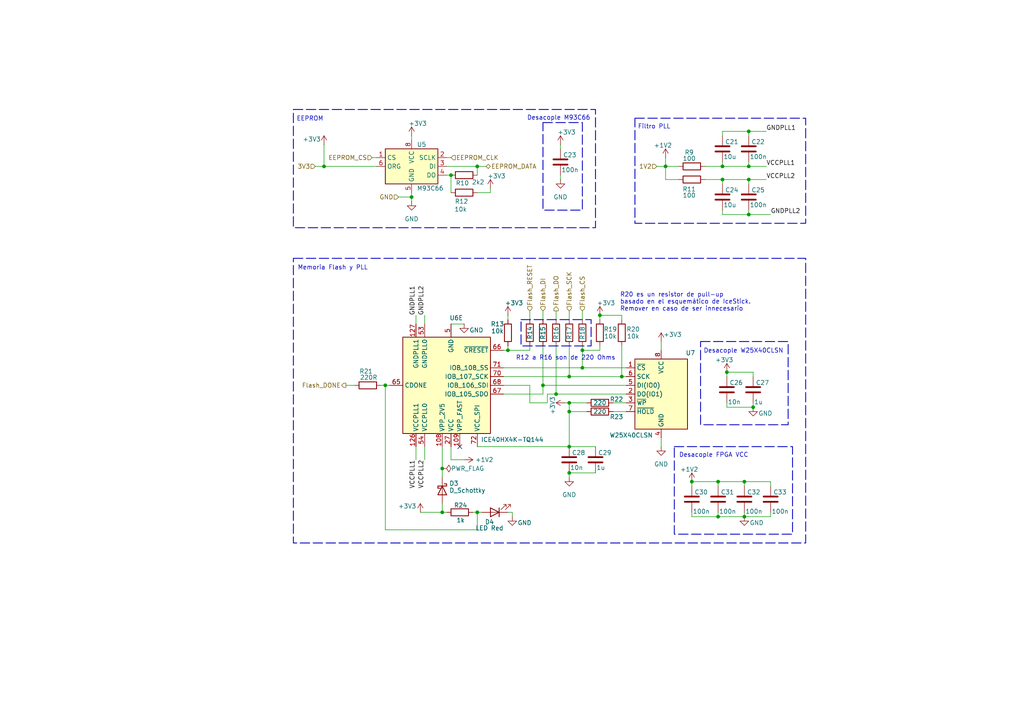
<source format=kicad_sch>
(kicad_sch (version 20250114) (generator "eeschema") (generator_version "9.0")
  (paper "A4")
  (lib_symbols
    (symbol "Device:C" (pin_numbers (hide yes)) (pin_names (offset 0.254))
      (property "Reference" "C" (at 0.635 2.54 0))
      (property "Value" "C" (at 0.635 -2.54 0))
      (symbol "C_0_1"
        (polyline (pts (xy -2.032 0.762) (xy 2.032 0.762)) (stroke (width 0.508)))
        (polyline (pts (xy -2.032 -0.762) (xy 2.032 -0.762)) (stroke (width 0.508)))
      )
      (symbol "C_1_1"
        (pin passive line (at 0 3.81 270) (length 2.794) (name "~") (number "1"))
        (pin passive line (at 0 -3.81 90) (length 2.794) (name "~") (number "2"))
      )
    )
    (symbol "Device:D_Schottky" (pin_numbers (hide yes)) (pin_names (offset 1.016) (hide yes))
      (property "Reference" "D" (at 0 2.54 0))
      (property "Value" "D_Schottky" (at 0 -2.54 0))
      (symbol "D_Schottky_0_1"
        (polyline (pts (xy -1.905 0.635) (xy -1.905 1.27) (xy -1.27 1.27) (xy -1.27 -1.27) (xy -0.635 -1.27) (xy -0.635 -0.635)) (stroke (width 0.254)))
        (polyline (pts (xy 1.27 1.27) (xy 1.27 -1.27) (xy -1.27 0) (xy 1.27 1.27)) (stroke (width 0.254)))
        (polyline (pts (xy 1.27 0) (xy -1.27 0)))
      )
      (symbol "D_Schottky_1_1"
        (pin passive line (at -3.81 0 0) (length 2.54) (name "K") (number "1"))
        (pin passive line (at 3.81 0 180) (length 2.54) (name "A") (number "2"))
      )
    )
    (symbol "Device:LED" (pin_numbers (hide yes)) (pin_names (offset 1.016) (hide yes))
      (property "Reference" "D" (at 0 2.54 0))
      (property "Value" "LED" (at 0 -2.54 0))
      (symbol "LED_0_1"
        (polyline (pts (xy -3.048 -0.762) (xy -4.572 -2.286) (xy -3.81 -2.286) (xy -4.572 -2.286) (xy -4.572 -1.524)))
        (polyline (pts (xy -1.778 -0.762) (xy -3.302 -2.286) (xy -2.54 -2.286) (xy -3.302 -2.286) (xy -3.302 -1.524)))
        (polyline (pts (xy -1.27 0) (xy 1.27 0)))
        (polyline (pts (xy -1.27 -1.27) (xy -1.27 1.27)) (stroke (width 0.254)))
        (polyline (pts (xy 1.27 -1.27) (xy 1.27 1.27) (xy -1.27 0) (xy 1.27 -1.27)) (stroke (width 0.254)))
      )
      (symbol "LED_1_1"
        (pin passive line (at -3.81 0 0) (length 2.54) (name "K") (number "1"))
        (pin passive line (at 3.81 0 180) (length 2.54) (name "A") (number "2"))
      )
    )
    (symbol "Device:R" (pin_numbers (hide yes)) (pin_names (offset 0))
      (property "Reference" "R" (at 2.032 0 90))
      (property "Value" "R" (at 0 0 90))
      (symbol "R_0_1"
        (rectangle (start -1.016 -2.54) (end 1.016 2.54) (stroke (width 0.254)))
      )
      (symbol "R_1_1"
        (pin passive line (at 0 3.81 270) (length 1.27) (name "~") (number "1"))
        (pin passive line (at 0 -3.81 90) (length 1.27) (name "~") (number "2"))
      )
    )
    (symbol "FPGA_Lattice:ICE40HX4K-TQ144"
      (property "Reference" "U" (at 12.7 53.34 0))
      (property "Value" "ICE40HX4K-TQ144" (at 30.48 48.26 0))
      (symbol "ICE40HX4K-TQ144_1_1"
        (rectangle (start -8.89 41.91) (end 6.35 -36.83) (stroke (width 0.254)) (fill (type background)))
        (pin bidirectional line (at -12.7 30.48 0) (length 3.81) (name "IOT_168") (number "110"))
        (pin bidirectional line (at -12.7 27.94 0) (length 3.81) (name "IOT_169") (number "112"))
        (pin bidirectional line (at -12.7 25.4 0) (length 3.81) (name "IOT_170") (number "113"))
        (pin bidirectional line (at -12.7 22.86 0) (length 3.81) (name "IOT_171") (number "114"))
        (pin bidirectional line (at -12.7 20.32 0) (length 3.81) (name "IOT_172") (number "115"))
        (pin bidirectional line (at -12.7 17.78 0) (length 3.81) (name "IOT_173") (number "116"))
        (pin bidirectional line (at -12.7 15.24 0) (length 3.81) (name "IOT_174") (number "117"))
        (pin bidirectional line (at -12.7 12.7 0) (length 3.81) (name "IOT_177") (number "118"))
        (pin bidirectional line (at -12.7 10.16 0) (length 3.81) (name "IOT_178") (number "119"))
        (pin bidirectional line (at -12.7 7.62 0) (length 3.81) (name "IOT_179") (number "120"))
        (pin bidirectional line (at -12.7 5.08 0) (length 3.81) (name "IOT_181") (number "121"))
        (pin bidirectional line (at -12.7 2.54 0) (length 3.81) (name "IOT_190") (number "122"))
        (pin bidirectional line (at -12.7 0 0) (length 3.81) (name "IOT_191") (number "124"))
        (pin bidirectional line (at -12.7 -2.54 0) (length 3.81) (name "IOT_192") (number "125"))
        (pin bidirectional line (at -12.7 -5.08 0) (length 3.81) (name "IOT_197_GBIN1") (number "128"))
        (pin bidirectional line (at -12.7 -7.62 0) (length 3.81) (name "IOT_198_GBIN0") (number "129"))
        (pin bidirectional line (at -12.7 -10.16 0) (length 3.81) (name "IOT_206") (number "130"))
        (pin bidirectional line (at -12.7 -12.7 0) (length 3.81) (name "IOT_212") (number "134"))
        (pin bidirectional line (at -12.7 -15.24 0) (length 3.81) (name "IOT_213") (number "135"))
        (pin bidirectional line (at -12.7 -17.78 0) (length 3.81) (name "IOT_214") (number "136"))
        (pin bidirectional line (at -12.7 -20.32 0) (length 3.81) (name "IOT_215") (number "137"))
        (pin bidirectional line (at -12.7 -22.86 0) (length 3.81) (name "IOT_216") (number "138"))
        (pin bidirectional line (at -12.7 -25.4 0) (length 3.81) (name "IOT_217") (number "139"))
        (pin bidirectional line (at -12.7 -27.94 0) (length 3.81) (name "IOT_219") (number "141"))
        (pin bidirectional line (at -12.7 -30.48 0) (length 3.81) (name "IOT_220") (number "142"))
        (pin bidirectional line (at -12.7 -33.02 0) (length 3.81) (name "IOT_221") (number "143"))
        (pin bidirectional line (at -12.7 -35.56 0) (length 3.81) (name "IOT_222") (number "144"))
        (pin power_in line (at 0 45.72 270) (length 3.81) (name "VCCIO_0") (number "123"))
        (pin passive line (at 0 45.72 270) (length 3.81) (hide yes) (name "VCCIO_0") (number "131"))
      )
      (symbol "ICE40HX4K-TQ144_2_1"
        (rectangle (start -8.89 44.45) (end 6.35 -39.37) (stroke (width 0.254)) (fill (type background)))
        (pin bidirectional line (at -12.7 33.02 0) (length 3.81) (name "IOR_109") (number "73"))
        (pin bidirectional line (at -12.7 30.48 0) (length 3.81) (name "IOR_110") (number "74"))
        (pin bidirectional line (at -12.7 27.94 0) (length 3.81) (name "IOR_111") (number "75"))
        (pin bidirectional line (at -12.7 25.4 0) (length 3.81) (name "IOR_112") (number "76"))
        (pin bidirectional line (at -12.7 22.86 0) (length 3.81) (name "IOR_114") (number "78"))
        (pin bidirectional line (at -12.7 20.32 0) (length 3.81) (name "IOR_115") (number "79"))
        (pin bidirectional line (at -12.7 17.78 0) (length 3.81) (name "IOR_116") (number "80"))
        (pin bidirectional line (at -12.7 15.24 0) (length 3.81) (name "IOR_117") (number "81"))
        (pin bidirectional line (at -12.7 12.7 0) (length 3.81) (name "IOR_118") (number "82"))
        (pin bidirectional line (at -12.7 10.16 0) (length 3.81) (name "IOR_119") (number "83"))
        (pin bidirectional line (at -12.7 7.62 0) (length 3.81) (name "IOR_120") (number "84"))
        (pin bidirectional line (at -12.7 5.08 0) (length 3.81) (name "IOR_128") (number "85"))
        (pin bidirectional line (at -12.7 2.54 0) (length 3.81) (name "IOR_136") (number "87"))
        (pin bidirectional line (at -12.7 0 0) (length 3.81) (name "IOR_137") (number "88"))
        (pin bidirectional line (at -12.7 -2.54 0) (length 3.81) (name "IOR_138") (number "90"))
        (pin bidirectional line (at -12.7 -5.08 0) (length 3.81) (name "IOR_139") (number "91"))
        (pin bidirectional line (at -12.7 -7.62 0) (length 3.81) (name "IOR_140_GBIN3") (number "93"))
        (pin bidirectional line (at -12.7 -10.16 0) (length 3.81) (name "IOR_141_GBIN2") (number "94"))
        (pin bidirectional line (at -12.7 -12.7 0) (length 3.81) (name "IOR_144") (number "95"))
        (pin bidirectional line (at -12.7 -15.24 0) (length 3.81) (name "IOR_146") (number "96"))
        (pin bidirectional line (at -12.7 -17.78 0) (length 3.81) (name "IOR_147") (number "97"))
        (pin bidirectional line (at -12.7 -20.32 0) (length 3.81) (name "IOR_148") (number "98"))
        (pin bidirectional line (at -12.7 -22.86 0) (length 3.81) (name "IOR_152") (number "99"))
        (pin bidirectional line (at -12.7 -25.4 0) (length 3.81) (name "IOR_160") (number "101"))
        (pin bidirectional line (at -12.7 -27.94 0) (length 3.81) (name "IOR_161") (number "102"))
        (pin bidirectional line (at -12.7 -30.48 0) (length 3.81) (name "IOR_164") (number "104"))
        (pin bidirectional line (at -12.7 -33.02 0) (length 3.81) (name "IOR_165") (number "105"))
        (pin bidirectional line (at -12.7 -35.56 0) (length 3.81) (name "IOR_166") (number "106"))
        (pin bidirectional line (at -12.7 -38.1 0) (length 3.81) (name "IOR_167") (number "107"))
        (pin passive line (at 0 48.26 270) (length 3.81) (hide yes) (name "VCCIO_1") (number "100"))
        (pin power_in line (at 0 48.26 270) (length 3.81) (name "VCCIO_1") (number "89"))
      )
      (symbol "ICE40HX4K-TQ144_3_1"
        (rectangle (start -8.89 31.75) (end 7.62 -26.67) (stroke (width 0.254)) (fill (type background)))
        (pin bidirectional line (at -12.7 20.32 0) (length 3.81) (name "IOB_56") (number "37"))
        (pin bidirectional line (at -12.7 17.78 0) (length 3.81) (name "IOB_57") (number "38"))
        (pin bidirectional line (at -12.7 15.24 0) (length 3.81) (name "IOB_61") (number "39"))
        (pin bidirectional line (at -12.7 12.7 0) (length 3.81) (name "IOB_63") (number "41"))
        (pin bidirectional line (at -12.7 10.16 0) (length 3.81) (name "IOB_64") (number "42"))
        (pin bidirectional line (at -12.7 7.62 0) (length 3.81) (name "IOB_71") (number "43"))
        (pin bidirectional line (at -12.7 5.08 0) (length 3.81) (name "IOB_72") (number "44"))
        (pin bidirectional line (at -12.7 2.54 0) (length 3.81) (name "IOB_73") (number "45"))
        (pin bidirectional line (at -12.7 0 0) (length 3.81) (name "IOB_79") (number "47"))
        (pin bidirectional line (at -12.7 -2.54 0) (length 3.81) (name "IOB_80") (number "48"))
        (pin bidirectional line (at -12.7 -5.08 0) (length 3.81) (name "IOB_81_GBIN5") (number "49"))
        (pin bidirectional line (at -12.7 -7.62 0) (length 3.81) (name "IOB_82_GBIN4") (number "52"))
        (pin bidirectional line (at -12.7 -10.16 0) (length 3.81) (name "IOB_91") (number "55"))
        (pin bidirectional line (at -12.7 -12.7 0) (length 3.81) (name "IOB_94") (number "56"))
        (pin bidirectional line (at -12.7 -15.24 0) (length 3.81) (name "IOB_95") (number "60"))
        (pin bidirectional line (at -12.7 -17.78 0) (length 3.81) (name "IOB_96") (number "61"))
        (pin bidirectional line (at -12.7 -20.32 0) (length 3.81) (name "IOB_102") (number "62"))
        (pin bidirectional line (at -12.7 -22.86 0) (length 3.81) (name "IOB_103_CBSEL0") (number "63"))
        (pin bidirectional line (at -12.7 -25.4 0) (length 3.81) (name "IOB_104_CBSEL1") (number "64"))
        (pin power_in line (at 0 35.56 270) (length 3.81) (name "VCCIO_2") (number "46"))
        (pin passive line (at 0 35.56 270) (length 3.81) (hide yes) (name "VCCIO_2") (number "57"))
      )
      (symbol "ICE40HX4K-TQ144_4_1"
        (rectangle (start -8.89 41.91) (end 6.35 -39.37) (stroke (width 0.254)) (fill (type background)))
        (pin bidirectional line (at -12.7 30.48 0) (length 3.81) (name "IOL_2A") (number "1"))
        (pin bidirectional line (at -12.7 27.94 0) (length 3.81) (name "IOL_2B") (number "2"))
        (pin bidirectional line (at -12.7 25.4 0) (length 3.81) (name "IOL_3A") (number "3"))
        (pin bidirectional line (at -12.7 22.86 0) (length 3.81) (name "IOL_3B") (number "4"))
        (pin bidirectional line (at -12.7 20.32 0) (length 3.81) (name "IOL_4A") (number "7"))
        (pin bidirectional line (at -12.7 17.78 0) (length 3.81) (name "IOL_4B") (number "8"))
        (pin bidirectional line (at -12.7 15.24 0) (length 3.81) (name "IOL_5A") (number "9"))
        (pin bidirectional line (at -12.7 12.7 0) (length 3.81) (name "IOL_5B") (number "10"))
        (pin bidirectional line (at -12.7 10.16 0) (length 3.81) (name "IOL_8A") (number "11"))
        (pin bidirectional line (at -12.7 7.62 0) (length 3.81) (name "IOL_8B") (number "12"))
        (pin bidirectional line (at -12.7 5.08 0) (length 3.81) (name "IOL_10A") (number "15"))
        (pin bidirectional line (at -12.7 2.54 0) (length 3.81) (name "IOL_10B") (number "16"))
        (pin bidirectional line (at -12.7 0 0) (length 3.81) (name "IOL_12A") (number "17"))
        (pin bidirectional line (at -12.7 -2.54 0) (length 3.81) (name "IOL_12B") (number "18"))
        (pin bidirectional line (at -12.7 -5.08 0) (length 3.81) (name "IOL_13A") (number "19"))
        (pin bidirectional line (at -12.7 -7.62 0) (length 3.81) (name "IOL_13B_GBIN7") (number "20"))
        (pin bidirectional line (at -12.7 -10.16 0) (length 3.81) (name "IOL_14A_GBIN6") (number "21"))
        (pin bidirectional line (at -12.7 -12.7 0) (length 3.81) (name "IOL_14B") (number "22"))
        (pin bidirectional line (at -12.7 -15.24 0) (length 3.81) (name "IOL_17A") (number "23"))
        (pin bidirectional line (at -12.7 -17.78 0) (length 3.81) (name "IOL_17B") (number "24"))
        (pin bidirectional line (at -12.7 -20.32 0) (length 3.81) (name "IOL_18A") (number "25"))
        (pin bidirectional line (at -12.7 -22.86 0) (length 3.81) (name "IOL_18B") (number "26"))
        (pin bidirectional line (at -12.7 -25.4 0) (length 3.81) (name "IOL_23A") (number "28"))
        (pin bidirectional line (at -12.7 -27.94 0) (length 3.81) (name "IOL_23B") (number "29"))
        (pin bidirectional line (at -12.7 -30.48 0) (length 3.81) (name "IOL_24A") (number "31"))
        (pin bidirectional line (at -12.7 -33.02 0) (length 3.81) (name "IOL_24B") (number "32"))
        (pin bidirectional line (at -12.7 -35.56 0) (length 3.81) (name "IOL_25A") (number "33"))
        (pin bidirectional line (at -12.7 -38.1 0) (length 3.81) (name "IOL_25B") (number "34"))
        (pin passive line (at 0 45.72 270) (length 3.81) (hide yes) (name "VCCIO_3") (number "30"))
        (pin power_in line (at 0 45.72 270) (length 3.81) (name "VCCIO_3") (number "6"))
      )
      (symbol "ICE40HX4K-TQ144_5_1"
        (rectangle (start -11.43 13.97) (end 13.97 -13.97) (stroke (width 0.254)) (fill (type background)))
        (pin bidirectional line (at -15.24 2.54 0) (length 3.81) (name "IOB_105_SDO") (number "67"))
        (pin bidirectional line (at -15.24 0 0) (length 3.81) (name "IOB_106_SDI") (number "68"))
        (pin bidirectional line (at -15.24 -2.54 0) (length 3.81) (name "IOB_107_SCK") (number "70"))
        (pin bidirectional line (at -15.24 -5.08 0) (length 3.81) (name "IOB_108_SS") (number "71"))
        (pin input line (at -15.24 -10.16 0) (length 3.81) (name "~{CRESET}") (number "66"))
        (pin power_in line (at -7.62 17.78 270) (length 3.81) (name "VCC_SPI") (number "72"))
        (pin power_in line (at -2.54 17.78 270) (length 3.81) (name "VPP_FAST") (number "109"))
        (pin passive line (at 0 17.78 270) (length 3.81) (hide yes) (name "VCC") (number "111"))
        (pin power_in line (at 0 17.78 270) (length 3.81) (name "VCC") (number "27"))
        (pin passive line (at 0 17.78 270) (length 3.81) (hide yes) (name "VCC") (number "40"))
        (pin passive line (at 0 17.78 270) (length 3.81) (hide yes) (name "VCC") (number "92"))
        (pin passive line (at 0 -17.78 90) (length 3.81) (hide yes) (name "GND") (number "103"))
        (pin passive line (at 0 -17.78 90) (length 3.81) (hide yes) (name "GND") (number "13"))
        (pin passive line (at 0 -17.78 90) (length 3.81) (hide yes) (name "GND") (number "132"))
        (pin passive line (at 0 -17.78 90) (length 3.81) (hide yes) (name "GND") (number "14"))
        (pin passive line (at 0 -17.78 90) (length 3.81) (hide yes) (name "GND") (number "140"))
        (pin power_in line (at 0 -17.78 90) (length 3.81) (name "GND") (number "5"))
        (pin passive line (at 0 -17.78 90) (length 3.81) (hide yes) (name "GND") (number "59"))
        (pin passive line (at 0 -17.78 90) (length 3.81) (hide yes) (name "GND") (number "69"))
        (pin passive line (at 0 -17.78 90) (length 3.81) (hide yes) (name "GND") (number "86"))
        (pin power_in line (at 2.54 17.78 270) (length 3.81) (name "VPP_2V5") (number "108"))
        (pin power_in line (at 7.62 17.78 270) (length 3.81) (name "VCCPLL0") (number "54"))
        (pin power_in line (at 7.62 -17.78 90) (length 3.81) (name "GNDPLL0") (number "53"))
        (pin power_in line (at 10.16 17.78 270) (length 3.81) (name "VCCPLL1") (number "126"))
        (pin power_in line (at 10.16 -17.78 90) (length 3.81) (name "GNDPLL1") (number "127"))
        (pin no_connect line (at 12.7 7.62 180) (length 3.81) (hide yes) (name "NC") (number "77"))
        (pin no_connect line (at 12.7 5.08 180) (length 3.81) (hide yes) (name "NC") (number "35"))
        (pin no_connect line (at 12.7 2.54 180) (length 3.81) (hide yes) (name "NC") (number "36"))
        (pin no_connect line (at 12.7 -2.54 180) (length 3.81) (hide yes) (name "NC") (number "50"))
        (pin no_connect line (at 12.7 -5.08 180) (length 3.81) (hide yes) (name "NC") (number "51"))
        (pin no_connect line (at 12.7 -7.62 180) (length 3.81) (hide yes) (name "NC") (number "58"))
        (pin no_connect line (at 12.7 -10.16 180) (length 3.81) (hide yes) (name "NC") (number "133"))
        (pin open_collector line (at 17.78 0 180) (length 3.81) (name "CDONE") (number "65"))
      )
    )
    (symbol "Memory_EEPROM:93CxxC"
      (property "Reference" "U" (at -7.62 6.35 0))
      (property "Value" "93CxxC" (at 2.54 -6.35 0))
      (symbol "93CxxC_1_1"
        (rectangle (start -7.62 5.08) (end 7.62 -5.08) (stroke (width 0.254)) (fill (type background)))
        (pin input line (at -10.16 2.54 0) (length 2.54) (name "CS") (number "1"))
        (pin input line (at -10.16 0 0) (length 2.54) (name "ORG") (number "6"))
        (pin no_connect line (at -7.62 -2.54 0) (length 2.54) (hide yes) (name "NC") (number "7"))
        (pin power_in line (at 0 7.62 270) (length 2.54) (name "VCC") (number "8"))
        (pin power_in line (at 0 -7.62 90) (length 2.54) (name "GND") (number "5"))
        (pin input line (at 10.16 2.54 180) (length 2.54) (name "SCLK") (number "2"))
        (pin input line (at 10.16 0 180) (length 2.54) (name "DI") (number "3"))
        (pin tri_state line (at 10.16 -2.54 180) (length 2.54) (name "DO") (number "4"))
      )
    )
    (symbol "Memory_Flash:W25X40CLSN"
      (property "Reference" "U" (at -7.62 10.16 0))
      (property "Value" "W25X40CLSN" (at 2.54 10.16 0))
      (symbol "W25X40CLSN_0_1"
        (rectangle (start -7.62 10.16) (end 7.62 -10.16) (stroke (width 0.254)) (fill (type background)))
      )
      (symbol "W25X40CLSN_1_1"
        (pin input line (at -10.16 7.62 0) (length 2.54) (name "~{CS}") (number "1"))
        (pin input line (at -10.16 5.08 0) (length 2.54) (name "SCK") (number "6"))
        (pin bidirectional line (at -10.16 2.54 0) (length 2.54) (name "DI(IO0)") (number "5"))
        (pin bidirectional line (at -10.16 0 0) (length 2.54) (name "DO(IO1)") (number "2"))
        (pin bidirectional line (at -10.16 -2.54 0) (length 2.54) (name "~{WP}") (number "3"))
        (pin bidirectional line (at -10.16 -5.08 0) (length 2.54) (name "~{HOLD}") (number "7"))
        (pin power_in line (at 0 12.7 270) (length 2.54) (name "VCC") (number "8"))
        (pin power_in line (at 0 -12.7 90) (length 2.54) (name "GND") (number "4"))
      )
    )
    (symbol "power:+3.3V" (power) (pin_numbers (hide yes)) (pin_names (offset 0) (hide yes))
      (property "Value" "+3.3V" (at 0 3.556 0))
      (symbol "+3.3V_0_1"
        (polyline (pts (xy -0.762 1.27) (xy 0 2.54)))
        (polyline (pts (xy 0 2.54) (xy 0.762 1.27)))
        (polyline (pts (xy 0 0) (xy 0 2.54)))
      )
      (symbol "+3.3V_1_1"
        (pin power_in line (at 0 0 90) (length 0) (name "~") (number "1"))
      )
    )
    (symbol "power:+5V" (power) (pin_numbers (hide yes)) (pin_names (offset 0) (hide yes))
      (property "Value" "+5V" (at 0 3.556 0))
      (symbol "+5V_0_1"
        (polyline (pts (xy -0.762 1.27) (xy 0 2.54)))
        (polyline (pts (xy 0 2.54) (xy 0.762 1.27)))
        (polyline (pts (xy 0 0) (xy 0 2.54)))
      )
      (symbol "+5V_1_1"
        (pin power_in line (at 0 0 90) (length 0) (name "~") (number "1"))
      )
    )
    (symbol "power:GND" (power) (pin_numbers (hide yes)) (pin_names (offset 0) (hide yes))
      (property "Value" "GND" (at 0 -3.81 0))
      (symbol "GND_0_1"
        (polyline (pts (xy 0 0) (xy 0 -1.27) (xy 1.27 -1.27) (xy 0 -2.54) (xy -1.27 -1.27) (xy 0 -1.27)))
      )
      (symbol "GND_1_1"
        (pin power_in line (at 0 0 270) (length 0) (name "~") (number "1"))
      )
    )
    (symbol "power:PWR_FLAG" (power) (pin_numbers (hide yes)) (pin_names (offset 0) (hide yes))
      (property "Value" "PWR_FLAG" (at 0 3.81 0))
      (symbol "PWR_FLAG_0_0"
        (pin power_out line (at 0 0 90) (length 0) (name "~") (number "1"))
      )
      (symbol "PWR_FLAG_0_1"
        (polyline (pts (xy 0 0) (xy 0 1.27) (xy -1.016 1.905) (xy 0 2.54) (xy 1.016 1.905) (xy 0 1.27)))
      )
    )
  )
  (rectangle (start 203.2 99.06) (end 228.6 123.19) (stroke (width 0.25) (type dash)))
  (rectangle (start 195.58 129.54) (end 229.87 154.94) (stroke (width 0.25) (type dash)))
  (rectangle (start 157.48 35.56) (end 168.91 60.96) (stroke (width 0.25) (type dash)))
  (rectangle (start 184.15 34.29) (end 233.68 64.77) (stroke (width 0.25) (type dash)))
  (rectangle (start 85.09 74.93) (end 233.68 157.48) (stroke (width 0.25) (type dash)))
  (rectangle (start 85.09 31.75) (end 172.72 66.04) (stroke (width 0.25) (type dash)))
  (rectangle (start 151.13 92.71) (end 171.45 100.33) (stroke (width 0.25) (type dash)))
  (text "Desacople FPGA VCC\n" (at 207.01 132.08 0) (effects (font (size 1.27 1.27))))
  (text "R12 a R16 son de 220 Ohms" (at 149.606 103.886 0) (effects (font (size 1.27 1.27)) (justify left)))
  (text "Filtro PLL" (at 189.738 36.83 0) (effects (font (size 1.27 1.27))))
  (text "EEPROM" (at 89.916 34.544 0) (effects (font (size 1.27 1.27))))
  (text "R20 es un resistor de pull-up\nbasado en el esquemático de IceStick.\nRemover en caso de ser innecesario" (at 179.832 87.63 0) (effects (font (size 1.27 1.27)) (justify left)))
  (text "Desacople W25X40CLSN\n" (at 215.646 101.854 0) (effects (font (size 1.27 1.27))))
  (text "Memoria Flash y PLL" (at 96.52 77.724 0) (effects (font (size 1.27 1.27))))
  (text "Desacople M93C66" (at 162.052 34.29 0) (effects (font (size 1.27 1.27))))
  (junction (at 217.17 52.07))
  (junction (at 119.38 57.15))
  (junction (at 93.98 48.26))
  (junction (at 193.04 48.26))
  (junction (at 111.76 111.76))
  (junction (at 168.91 101.6))
  (junction (at 173.99 91.44))
  (junction (at 180.34 109.22))
  (junction (at 217.17 48.26))
  (junction (at 128.27 148.59))
  (junction (at 217.17 62.23))
  (junction (at 168.91 106.68))
  (junction (at 165.1 137.16))
  (junction (at 208.28 149.86))
  (junction (at 130.81 50.8))
  (junction (at 128.27 135.89))
  (junction (at 209.55 48.26))
  (junction (at 165.1 109.22))
  (junction (at 208.28 139.7))
  (junction (at 138.43 148.59))
  (junction (at 210.82 107.95))
  (junction (at 215.9 149.86))
  (junction (at 215.9 139.7))
  (junction (at 165.1 119.38))
  (junction (at 200.66 139.7))
  (junction (at 147.32 101.6))
  (junction (at 209.55 52.07))
  (junction (at 138.43 48.26))
  (junction (at 165.1 116.84))
  (junction (at 157.48 111.76))
  (junction (at 217.17 38.1))
  (junction (at 218.44 118.11))
  (junction (at 165.1 129.54))
  (junction (at 161.29 114.3))
  (no_connect (at 133.35 129.54))
  (wire (pts (xy 210.82 107.95) (xy 218.44 107.95)))
  (wire (pts (xy 193.04 48.26) (xy 196.85 48.26)))
  (wire (pts (xy 146.05 111.76) (xy 153.67 111.76)))
  (wire (pts (xy 146.05 101.6) (xy 147.32 101.6)))
  (wire (pts (xy 217.17 52.07) (xy 222.25 52.07)))
  (wire (pts (xy 129.54 48.26) (xy 138.43 48.26)))
  (wire (pts (xy 165.1 137.16) (xy 165.1 138.43)))
  (wire (pts (xy 210.82 118.11) (xy 210.82 116.84)))
  (wire (pts (xy 138.43 55.88) (xy 142.24 55.88)))
  (wire (pts (xy 93.98 48.26) (xy 109.22 48.26)))
  (wire (pts (xy 168.91 101.6) (xy 173.99 101.6)))
  (wire (pts (xy 165.1 116.84) (xy 165.1 119.38)))
  (wire (pts (xy 215.9 139.7) (xy 223.52 139.7)))
  (wire (pts (xy 91.44 48.26) (xy 93.98 48.26)))
  (wire (pts (xy 217.17 52.07) (xy 217.17 53.34)))
  (wire (pts (xy 173.99 100.33) (xy 173.99 101.6)))
  (wire (pts (xy 200.66 139.7) (xy 200.66 140.97)))
  (wire (pts (xy 180.34 91.44) (xy 173.99 91.44)))
  (wire (pts (xy 137.16 148.59) (xy 138.43 148.59)))
  (wire (pts (xy 168.91 101.6) (xy 168.91 100.33)))
  (wire (pts (xy 165.1 119.38) (xy 170.18 119.38)))
  (wire (pts (xy 165.1 109.22) (xy 180.34 109.22)))
  (wire (pts (xy 209.55 39.37) (xy 209.55 38.1)))
  (wire (pts (xy 208.28 139.7) (xy 215.9 139.7)))
  (wire (pts (xy 107.95 45.72) (xy 109.22 45.72)))
  (wire (pts (xy 217.17 48.26) (xy 222.25 48.26)))
  (wire (pts (xy 128.27 146.05) (xy 128.27 148.59)))
  (wire (pts (xy 191.77 127) (xy 191.77 129.54)))
  (wire (pts (xy 170.18 116.84) (xy 165.1 116.84)))
  (wire (pts (xy 161.29 114.3) (xy 181.61 114.3)))
  (wire (pts (xy 217.17 38.1) (xy 222.25 38.1)))
  (wire (pts (xy 146.05 114.3) (xy 157.48 114.3)))
  (wire (pts (xy 168.91 106.68) (xy 181.61 106.68)))
  (wire (pts (xy 110.49 111.76) (xy 111.76 111.76)))
  (wire (pts (xy 138.43 129.54) (xy 165.1 129.54)))
  (wire (pts (xy 100.33 111.76) (xy 102.87 111.76)))
  (wire (pts (xy 119.38 57.15) (xy 119.38 58.42)))
  (wire (pts (xy 128.27 148.59) (xy 129.54 148.59)))
  (wire (pts (xy 168.91 90.17) (xy 168.91 92.71)))
  (wire (pts (xy 168.91 106.68) (xy 168.91 101.6)))
  (wire (pts (xy 119.38 55.88) (xy 119.38 57.15)))
  (wire (pts (xy 128.27 129.54) (xy 128.27 135.89)))
  (wire (pts (xy 158.75 116.84) (xy 158.75 114.3)))
  (wire (pts (xy 111.76 111.76) (xy 111.76 153.67)))
  (wire (pts (xy 223.52 148.59) (xy 223.52 149.86)))
  (wire (pts (xy 200.66 139.7) (xy 208.28 139.7)))
  (wire (pts (xy 215.9 149.86) (xy 223.52 149.86)))
  (wire (pts (xy 163.83 116.84) (xy 165.1 116.84)))
  (wire (pts (xy 208.28 139.7) (xy 208.28 140.97)))
  (wire (pts (xy 193.04 45.72) (xy 193.04 48.26)))
  (wire (pts (xy 209.55 38.1) (xy 217.17 38.1)))
  (wire (pts (xy 215.9 140.97) (xy 215.9 139.7)))
  (wire (pts (xy 128.27 148.59) (xy 121.92 148.59)))
  (wire (pts (xy 217.17 48.26) (xy 209.55 48.26)))
  (wire (pts (xy 146.05 106.68) (xy 168.91 106.68)))
  (wire (pts (xy 120.65 129.54) (xy 120.65 133.35)))
  (wire (pts (xy 147.32 148.59) (xy 148.59 148.59)))
  (wire (pts (xy 177.8 116.84) (xy 181.61 116.84)))
  (wire (pts (xy 138.43 148.59) (xy 139.7 148.59)))
  (wire (pts (xy 200.66 149.86) (xy 200.66 148.59)))
  (wire (pts (xy 210.82 118.11) (xy 218.44 118.11)))
  (wire (pts (xy 165.1 129.54) (xy 172.72 129.54)))
  (wire (pts (xy 191.77 99.06) (xy 191.77 101.6)))
  (wire (pts (xy 173.99 91.44) (xy 173.99 92.71)))
  (wire (pts (xy 130.81 93.98) (xy 134.62 93.98)))
  (wire (pts (xy 193.04 52.07) (xy 193.04 48.26)))
  (wire (pts (xy 208.28 149.86) (xy 208.28 148.59)))
  (wire (pts (xy 111.76 111.76) (xy 113.03 111.76)))
  (wire (pts (xy 119.38 39.37) (xy 119.38 40.64)))
  (wire (pts (xy 146.05 109.22) (xy 165.1 109.22)))
  (wire (pts (xy 200.66 149.86) (xy 208.28 149.86)))
  (wire (pts (xy 147.32 100.33) (xy 147.32 101.6)))
  (wire (pts (xy 130.81 133.35) (xy 134.62 133.35)))
  (wire (pts (xy 209.55 60.96) (xy 209.55 62.23)))
  (wire (pts (xy 147.32 101.6) (xy 153.67 101.6)))
  (wire (pts (xy 209.55 53.34) (xy 209.55 52.07)))
  (wire (pts (xy 181.61 109.22) (xy 180.34 109.22)))
  (wire (pts (xy 157.48 100.33) (xy 157.48 111.76)))
  (wire (pts (xy 217.17 46.99) (xy 217.17 48.26)))
  (wire (pts (xy 157.48 114.3) (xy 157.48 111.76)))
  (wire (pts (xy 165.1 90.17) (xy 165.1 92.71)))
  (wire (pts (xy 153.67 92.71) (xy 153.67 90.17)))
  (wire (pts (xy 153.67 100.33) (xy 153.67 101.6)))
  (wire (pts (xy 161.29 90.17) (xy 161.29 92.71)))
  (wire (pts (xy 138.43 153.67) (xy 138.43 148.59)))
  (wire (pts (xy 157.48 90.17) (xy 157.48 92.71)))
  (wire (pts (xy 138.43 48.26) (xy 138.43 50.8)))
  (wire (pts (xy 165.1 109.22) (xy 165.1 100.33)))
  (wire (pts (xy 217.17 52.07) (xy 209.55 52.07)))
  (wire (pts (xy 181.61 119.38) (xy 177.8 119.38)))
  (wire (pts (xy 208.28 149.86) (xy 215.9 149.86)))
  (wire (pts (xy 215.9 148.59) (xy 215.9 149.86)))
  (wire (pts (xy 129.54 45.72) (xy 130.81 45.72)))
  (wire (pts (xy 138.43 48.26) (xy 140.97 48.26)))
  (wire (pts (xy 217.17 62.23) (xy 223.52 62.23)))
  (wire (pts (xy 157.48 111.76) (xy 181.61 111.76)))
  (wire (pts (xy 217.17 60.96) (xy 217.17 62.23)))
  (wire (pts (xy 161.29 100.33) (xy 161.29 114.3)))
  (wire (pts (xy 217.17 38.1) (xy 217.17 39.37)))
  (wire (pts (xy 223.52 140.97) (xy 223.52 139.7)))
  (wire (pts (xy 147.32 92.71) (xy 147.32 91.44)))
  (wire (pts (xy 162.56 41.91) (xy 162.56 43.18)))
  (wire (pts (xy 209.55 46.99) (xy 209.55 48.26)))
  (wire (pts (xy 148.59 148.59) (xy 148.59 149.86)))
  (wire (pts (xy 165.1 119.38) (xy 165.1 129.54)))
  (wire (pts (xy 210.82 107.95) (xy 210.82 109.22)))
  (wire (pts (xy 180.34 100.33) (xy 180.34 109.22)))
  (wire (pts (xy 180.34 92.71) (xy 180.34 91.44)))
  (wire (pts (xy 162.56 50.8) (xy 162.56 52.07)))
  (wire (pts (xy 153.67 116.84) (xy 158.75 116.84)))
  (wire (pts (xy 158.75 114.3) (xy 161.29 114.3)))
  (wire (pts (xy 128.27 138.43) (xy 128.27 135.89)))
  (wire (pts (xy 93.98 41.91) (xy 93.98 48.26)))
  (wire (pts (xy 130.81 55.88) (xy 130.81 50.8)))
  (wire (pts (xy 115.57 57.15) (xy 119.38 57.15)))
  (wire (pts (xy 123.19 91.44) (xy 123.19 93.98)))
  (wire (pts (xy 129.54 50.8) (xy 130.81 50.8)))
  (wire (pts (xy 111.76 153.67) (xy 138.43 153.67)))
  (wire (pts (xy 190.5 48.26) (xy 193.04 48.26)))
  (wire (pts (xy 172.72 137.16) (xy 165.1 137.16)))
  (wire (pts (xy 153.67 111.76) (xy 153.67 116.84)))
  (wire (pts (xy 218.44 118.11) (xy 218.44 116.84)))
  (wire (pts (xy 218.44 107.95) (xy 218.44 109.22)))
  (wire (pts (xy 204.47 52.07) (xy 209.55 52.07)))
  (wire (pts (xy 209.55 62.23) (xy 217.17 62.23)))
  (wire (pts (xy 196.85 52.07) (xy 193.04 52.07)))
  (wire (pts (xy 123.19 129.54) (xy 123.19 133.35)))
  (wire (pts (xy 130.81 129.54) (xy 130.81 133.35)))
  (wire (pts (xy 142.24 54.61) (xy 142.24 55.88)))
  (wire (pts (xy 204.47 48.26) (xy 209.55 48.26)))
  (wire (pts (xy 120.65 91.44) (xy 120.65 93.98)))
  (label "VCCPLL1" (at 222.25 48.26 0))
  (label "VCCPLL2" (at 222.25 52.07 0))
  (label "GNDPLL2" (at 223.52 62.23 0))
  (label "GNDPLL2" (at 123.19 91.44 90))
  (label "VCCPLL2" (at 123.19 133.35 270))
  (label "GNDPLL1" (at 120.65 91.44 90))
  (label "GNDPLL1" (at 222.25 38.1 0))
  (label "VCCPLL1" (at 120.65 133.35 270))
  (hierarchical_label "Flash_RESET" (shape input) (at 153.67 90.17 90))
  (hierarchical_label "Flash_CS" (shape input) (at 168.91 90.17 90))
  (hierarchical_label "EEPROM_CS" (shape input) (at 107.95 45.72 180))
  (hierarchical_label "Flash_SCK" (shape input) (at 165.1 90.17 90))
  (hierarchical_label "Flash_DONE" (shape output) (at 100.33 111.76 180))
  (hierarchical_label "EEPROM_DATA" (shape bidirectional) (at 140.97 48.26 0))
  (hierarchical_label "Flash_DO" (shape output) (at 161.29 90.17 90))
  (hierarchical_label "3V3" (shape input) (at 91.44 48.26 180))
  (hierarchical_label "GND" (shape input) (at 115.57 57.15 180))
  (hierarchical_label "1V2" (shape input) (at 190.5 48.26 180))
  (hierarchical_label "EEPROM_CLK" (shape input) (at 130.81 45.72 0))
  (hierarchical_label "Flash_DI" (shape input) (at 157.48 90.17 90))
  (symbol (lib_id "Device:R") (at 134.62 50.8 270) (unit 1)
    (property "Reference" "R10" (at 134.112 53.086 90))
    (property "Value" "2k2" (at 138.684 52.832 90))
    (property "Footprint" "Resistor_SMD:R_1206_3216Metric" (effects (hide yes)))
    (property "Description" "Resistor" (effects (hide yes)))
  )
  (symbol (lib_id "Device:R") (at 165.1 96.52 0) (unit 1)
    (property "Reference" "R17" (at 165.1 98.552 90) (effects (justify left)))
    (property "Value" "R" (effects (hide yes)))
    (property "Footprint" "Resistor_SMD:R_1206_3216Metric" (effects (hide yes)))
    (property "Description" "Resistor" (effects (hide yes)))
  )
  (symbol (lib_id "Device:C") (at 215.9 144.78 0) (unit 1)
    (property "Reference" "C32" (at 216.662 142.748 0) (effects (justify left)))
    (property "Value" "100n" (at 216.154 148.336 0) (effects (justify left)))
    (property "Footprint" "Capacitor_SMD:C_1206_3216Metric" (effects (hide yes)))
    (property "Description" "Unpolarized capacitor" (effects (hide yes)))
  )
  (symbol (lib_id "Memory_EEPROM:93CxxC") (at 119.38 48.26 0) (unit 1)
    (property "Reference" "U5" (at 120.904 41.91 0) (effects (justify left)))
    (property "Value" "M93C66" (at 120.904 54.61 0) (effects (justify left)))
    (property "Footprint" "Package_SO:SOIC-8_3.9x4.9mm_P1.27mm" (effects (hide yes)))
    (property "Datasheet" "http://ww1.microchip.com/downloads/en/DeviceDoc/20001749K.pdf" (effects (hide yes)))
    (property "Description" "Serial EEPROM, 93 Series, with ORG Pin, 5.0V, DIP-8/SOIC-8" (effects (hide yes)))
  )
  (symbol (lib_id "Device:LED") (at 143.51 148.59 180) (unit 1)
    (property "Reference" "D4" (at 141.986 151.384 0))
    (property "Value" "LED Red" (at 141.986 153.162 0))
    (property "Footprint" "150141RS73100(LED):LEDM3528X210N" (effects (hide yes)))
    (property "Description" "Light emitting diode" (effects (hide yes)))
  )
  (symbol (lib_id "Device:C") (at 217.17 43.18 0) (unit 1)
    (property "Reference" "C22" (at 217.932 41.148 0) (effects (justify left)))
    (property "Value" "100n" (at 217.424 45.466 0) (effects (justify left)))
    (property "Footprint" "Capacitor_SMD:C_1206_3216Metric" (effects (hide yes)))
    (property "Description" "Unpolarized capacitor" (effects (hide yes)))
  )
  (symbol (lib_id "power:GND") (at 148.59 149.86 0) (unit 1)
    (property "Reference" "#PWR043" (effects (hide yes)))
    (property "Value" "GND" (at 152.146 151.638 0))
    (property "Description" "Power symbol creates a global label with name \"GND\" , ground" (effects (hide yes)))
  )
  (symbol (lib_id "Device:R") (at 106.68 111.76 90) (unit 1)
    (property "Reference" "R21" (at 106.172 107.696 90))
    (property "Value" "220R" (at 106.934 109.474 90))
    (property "Footprint" "Resistor_SMD:R_1206_3216Metric" (effects (hide yes)))
    (property "Description" "Resistor" (effects (hide yes)))
  )
  (symbol (lib_id "power:GND") (at 119.38 58.42 0) (unit 1)
    (property "Reference" "#PWR030" (effects (hide yes)))
    (property "Value" "GND" (at 119.38 63.5 0))
    (property "Description" "Power symbol creates a global label with name \"GND\" , ground" (effects (hide yes)))
  )
  (symbol (lib_id "power:+3.3V") (at 173.99 91.44 0) (unit 1)
    (property "Reference" "#PWR032" (effects (hide yes)))
    (property "Value" "+3V3" (at 175.768 87.884 0))
    (property "Description" "Power symbol creates a global label with name \"+3.3V\"" (effects (hide yes)))
  )
  (symbol (lib_id "Device:R") (at 157.48 96.52 0) (unit 1)
    (property "Reference" "R15" (at 157.48 98.552 90) (effects (justify left)))
    (property "Value" "R" (effects (hide yes)))
    (property "Footprint" "Resistor_SMD:R_1206_3216Metric" (effects (hide yes)))
    (property "Description" "Resistor" (effects (hide yes)))
  )
  (symbol (lib_id "Device:R") (at 153.67 96.52 180) (unit 1)
    (property "Reference" "R14" (at 153.67 96.52 90))
    (property "Value" "220" (effects (hide yes)))
    (property "Footprint" "Resistor_SMD:R_1206_3216Metric" (effects (hide yes)))
    (property "Description" "Resistor" (effects (hide yes)))
  )
  (symbol (lib_id "Device:C") (at 165.1 133.35 0) (unit 1)
    (property "Reference" "C28" (at 165.862 131.318 0) (effects (justify left)))
    (property "Value" "10n" (at 165.354 135.636 0) (effects (justify left)))
    (property "Footprint" "Capacitor_SMD:C_1206_3216Metric" (effects (hide yes)))
    (property "Description" "Unpolarized capacitor" (effects (hide yes)))
  )
  (symbol (lib_id "Device:C") (at 209.55 57.15 0) (unit 1)
    (property "Reference" "C24" (at 210.312 55.118 0) (effects (justify left)))
    (property "Value" "10u" (at 209.804 59.436 0) (effects (justify left)))
    (property "Footprint" "Capacitor_SMD:C_1206_3216Metric" (effects (hide yes)))
    (property "Description" "Unpolarized capacitor" (effects (hide yes)))
  )
  (symbol (lib_id "Device:R") (at 173.99 119.38 90) (unit 1)
    (property "Reference" "R23" (at 178.816 120.904 90))
    (property "Value" "220" (at 173.99 119.38 90))
    (property "Footprint" "Resistor_SMD:R_1206_3216Metric" (effects (hide yes)))
    (property "Description" "Resistor" (effects (hide yes)))
  )
  (symbol (lib_id "power:+3.3V") (at 93.98 41.91 0) (unit 1)
    (property "Reference" "#PWR025" (effects (hide yes)))
    (property "Value" "+3V3" (at 90.424 40.386 0))
    (property "Description" "Power symbol creates a global label with name \"+3.3V\"" (effects (hide yes)))
  )
  (symbol (lib_id "Device:R") (at 200.66 52.07 90) (unit 1)
    (property "Reference" "R11" (at 199.898 54.864 90))
    (property "Value" "100" (at 199.898 56.642 90))
    (property "Footprint" "Resistor_SMD:R_1206_3216Metric" (effects (hide yes)))
    (property "Description" "Resistor" (effects (hide yes)))
  )
  (symbol (lib_id "Device:C") (at 162.56 46.99 0) (unit 1)
    (property "Reference" "C23" (at 163.322 44.958 0) (effects (justify left)))
    (property "Value" "100n" (at 162.814 49.276 0) (effects (justify left)))
    (property "Footprint" "Capacitor_SMD:C_1206_3216Metric" (effects (hide yes)))
    (property "Description" "Unpolarized capacitor" (effects (hide yes)))
  )
  (symbol (lib_id "power:+3.3V") (at 162.56 41.91 0) (unit 1)
    (property "Reference" "#PWR026" (effects (hide yes)))
    (property "Value" "+3V3" (at 164.338 38.354 0))
    (property "Description" "Power symbol creates a global label with name \"+3.3V\"" (effects (hide yes)))
  )
  (symbol (lib_id "Device:C") (at 208.28 144.78 0) (unit 1)
    (property "Reference" "C31" (at 209.042 142.748 0) (effects (justify left)))
    (property "Value" "100n" (at 208.534 148.336 0) (effects (justify left)))
    (property "Footprint" "Capacitor_SMD:C_1206_3216Metric" (effects (hide yes)))
    (property "Description" "Unpolarized capacitor" (effects (hide yes)))
  )
  (symbol (lib_id "Device:C") (at 172.72 133.35 0) (unit 1)
    (property "Reference" "C29" (at 173.482 131.318 0) (effects (justify left)))
    (property "Value" "1u" (at 172.974 135.636 0) (effects (justify left)))
    (property "Footprint" "Capacitor_SMD:C_1206_3216Metric" (effects (hide yes)))
    (property "Description" "Unpolarized capacitor" (effects (hide yes)))
  )
  (symbol (lib_id "Device:R") (at 180.34 96.52 0) (unit 1)
    (property "Reference" "R20" (at 183.642 95.504 0))
    (property "Value" "10k" (at 183.642 97.536 0))
    (property "Footprint" "Resistor_SMD:R_1206_3216Metric" (effects (hide yes)))
    (property "Description" "Resistor" (effects (hide yes)))
  )
  (symbol (lib_id "Device:C") (at 210.82 113.03 0) (unit 1)
    (property "Reference" "C26" (at 211.582 110.998 0) (effects (justify left)))
    (property "Value" "10n" (at 211.074 116.586 0) (effects (justify left)))
    (property "Footprint" "Capacitor_SMD:C_1206_3216Metric" (effects (hide yes)))
    (property "Description" "Unpolarized capacitor" (effects (hide yes)))
  )
  (symbol (lib_id "power:+3.3V") (at 119.38 39.37 0) (unit 1)
    (property "Reference" "#PWR024" (effects (hide yes)))
    (property "Value" "+3V3" (at 121.158 35.814 0))
    (property "Description" "Power symbol creates a global label with name \"+3.3V\"" (effects (hide yes)))
  )
  (symbol (lib_id "Device:C") (at 218.44 113.03 0) (unit 1)
    (property "Reference" "C27" (at 219.202 110.998 0) (effects (justify left)))
    (property "Value" "1u" (at 218.694 116.586 0) (effects (justify left)))
    (property "Footprint" "Capacitor_SMD:C_1206_3216Metric" (effects (hide yes)))
    (property "Description" "Unpolarized capacitor" (effects (hide yes)))
  )
  (symbol (lib_id "Device:R") (at 200.66 48.26 90) (unit 1)
    (property "Reference" "R9" (at 199.898 44.196 90))
    (property "Value" "100" (at 199.898 45.974 90))
    (property "Footprint" "Resistor_SMD:R_1206_3216Metric" (effects (hide yes)))
    (property "Description" "Resistor" (effects (hide yes)))
  )
  (symbol (lib_id "power:GND") (at 162.56 52.07 0) (unit 1)
    (property "Reference" "#PWR028" (effects (hide yes)))
    (property "Value" "GND" (at 162.56 57.15 0))
    (property "Description" "Power symbol creates a global label with name \"GND\" , ground" (effects (hide yes)))
  )
  (symbol (lib_id "Device:R") (at 173.99 116.84 270) (unit 1)
    (property "Reference" "R22" (at 178.816 115.824 90))
    (property "Value" "220" (at 173.99 116.84 90))
    (property "Footprint" "Resistor_SMD:R_1206_3216Metric" (effects (hide yes)))
    (property "Description" "Resistor" (effects (hide yes)))
  )
  (symbol (lib_id "Device:C") (at 200.66 144.78 0) (unit 1)
    (property "Reference" "C30" (at 201.422 142.748 0) (effects (justify left)))
    (property "Value" "100n" (at 200.914 148.336 0) (effects (justify left)))
    (property "Footprint" "Capacitor_SMD:C_1206_3216Metric" (effects (hide yes)))
    (property "Description" "Unpolarized capacitor" (effects (hide yes)))
  )
  (symbol (lib_id "power:+3.3V") (at 142.24 54.61 0) (unit 1)
    (property "Reference" "#PWR029" (effects (hide yes)))
    (property "Value" "+3V3" (at 144.018 51.054 0))
    (property "Description" "Power symbol creates a global label with name \"+3.3V\"" (effects (hide yes)))
  )
  (symbol (lib_id "Device:R") (at 133.35 148.59 270) (unit 1)
    (property "Reference" "R24" (at 133.604 146.558 90))
    (property "Value" "1k" (at 133.604 150.876 90))
    (property "Footprint" "Resistor_SMD:R_1206_3216Metric" (effects (hide yes)))
    (property "Description" "Resistor" (effects (hide yes)))
  )
  (symbol (lib_id "power:+3.3V") (at 210.82 107.95 0) (unit 1)
    (property "Reference" "#PWR035" (effects (hide yes)))
    (property "Value" "+3V3" (at 210.058 104.394 0))
    (property "Description" "Power symbol creates a global label with name \"+3.3V\"" (effects (hide yes)))
  )
  (symbol (lib_id "Device:R") (at 173.99 96.52 0) (unit 1)
    (property "Reference" "R19" (at 177.038 95.504 0))
    (property "Value" "10k" (at 177.038 97.536 0))
    (property "Footprint" "Resistor_SMD:R_1206_3216Metric" (effects (hide yes)))
    (property "Description" "Resistor" (effects (hide yes)))
  )
  (symbol (lib_id "Device:D_Schottky") (at 128.27 142.24 270) (unit 1)
    (property "Reference" "D3" (at 130.302 140.208 90) (effects (justify left)))
    (property "Value" "D_Schottky" (at 130.302 142.24 90) (effects (justify left)))
    (property "Footprint" "Diode_SMD:D_1206_3216Metric_Pad1.42x1.75mm_HandSolder" (effects (hide yes)))
    (property "Description" "Schottky diode" (effects (hide yes)))
  )
  (symbol (lib_id "Memory_Flash:W25X40CLSN") (at 191.77 114.3 0) (unit 1)
    (property "Reference" "U7" (at 198.882 102.362 0) (effects (justify left)))
    (property "Value" "W25X40CLSN" (at 176.784 126.238 0) (effects (justify left)))
    (property "Footprint" "Package_SO:SOIC-8_3.9x4.9mm_P1.27mm" (effects (hide yes)))
    (property "Datasheet" "https://www.winbond.com/resource-files/W25X40CL_G%2020210505.pdf" (effects (hide yes)))
    (property "Description" "4Mbit Serial Flash memory, dual I/O SPI, SOIC-8" (effects (hide yes)))
  )
  (symbol (lib_id "Device:C") (at 223.52 144.78 0) (unit 1)
    (property "Reference" "C33" (at 224.282 142.748 0) (effects (justify left)))
    (property "Value" "100n" (at 223.774 148.336 0) (effects (justify left)))
    (property "Footprint" "Capacitor_SMD:C_1206_3216Metric" (effects (hide yes)))
    (property "Description" "Unpolarized capacitor" (effects (hide yes)))
  )
  (symbol (lib_id "power:GND") (at 218.44 118.11 0) (unit 1)
    (property "Reference" "#PWR037" (effects (hide yes)))
    (property "Value" "GND" (at 221.996 119.888 0))
    (property "Description" "Power symbol creates a global label with name \"GND\" , ground" (effects (hide yes)))
  )
  (symbol (lib_id "FPGA_Lattice:ICE40HX4K-TQ144") (at 130.81 111.76 180) (unit 5)
    (property "Reference" "U6" (at 132.334 92.202 0))
    (property "Value" "ICE40HX4K-TQ144" (at 148.59 127.508 0))
    (property "Footprint" "Package_QFP:TQFP-144_20x20mm_P0.5mm" (effects (hide yes)))
    (property "Datasheet" "http://www.latticesemi.com/Products/FPGAandCPLD/iCE40" (effects (hide yes)))
    (property "Description" "iCE40 HX FPGA, 3520 LUTs, 1.2V, TQFP-144" (effects (hide yes)))
  )
  (symbol (lib_id "power:+5V") (at 134.62 133.35 270) (unit 1)
    (property "Reference" "#PWR039" (effects (hide yes)))
    (property "Value" "+1V2" (at 140.462 133.35 90))
    (property "Description" "Power symbol creates a global label with name \"+5V\"" (effects (hide yes)))
  )
  (symbol (lib_id "power:GND") (at 215.9 149.86 0) (unit 1)
    (property "Reference" "#PWR044" (effects (hide yes)))
    (property "Value" "GND" (at 219.456 151.638 0))
    (property "Description" "Power symbol creates a global label with name \"GND\" , ground" (effects (hide yes)))
  )
  (symbol (lib_id "power:+5V") (at 200.66 139.7 0) (unit 1)
    (property "Reference" "#PWR041" (effects (hide yes)))
    (property "Value" "+1V2" (at 199.898 136.144 0))
    (property "Description" "Power symbol creates a global label with name \"+5V\"" (effects (hide yes)))
  )
  (symbol (lib_id "Device:R") (at 161.29 96.52 0) (unit 1)
    (property "Reference" "R16" (at 161.29 98.552 90) (effects (justify left)))
    (property "Value" "R" (effects (hide yes)))
    (property "Footprint" "Resistor_SMD:R_1206_3216Metric" (effects (hide yes)))
    (property "Description" "Resistor" (effects (hide yes)))
  )
  (symbol (lib_id "power:+3.3V") (at 191.77 99.06 0) (unit 1)
    (property "Reference" "#PWR034" (effects (hide yes)))
    (property "Value" "+3V3" (at 195.072 97.028 0))
    (property "Description" "Power symbol creates a global label with name \"+3.3V\"" (effects (hide yes)))
  )
  (symbol (lib_id "Device:R") (at 134.62 55.88 270) (unit 1)
    (property "Reference" "R12" (at 133.858 58.42 90))
    (property "Value" "10k" (at 133.604 60.706 90))
    (property "Footprint" "Resistor_SMD:R_1206_3216Metric" (effects (hide yes)))
    (property "Description" "Resistor" (effects (hide yes)))
  )
  (symbol (lib_id "power:+3.3V") (at 121.92 148.59 0) (unit 1)
    (property "Reference" "#PWR042" (effects (hide yes)))
    (property "Value" "+3V3" (at 118.11 146.812 0))
    (property "Description" "Power symbol creates a global label with name \"+3.3V\"" (effects (hide yes)))
  )
  (symbol (lib_id "Device:R") (at 147.32 96.52 0) (unit 1)
    (property "Reference" "R13" (at 144.272 93.98 0))
    (property "Value" "10k" (at 144.272 96.012 0))
    (property "Footprint" "Resistor_SMD:R_1206_3216Metric" (effects (hide yes)))
    (property "Description" "Resistor" (effects (hide yes)))
  )
  (symbol (lib_id "power:GND") (at 134.62 93.98 0) (unit 1)
    (property "Reference" "#PWR033" (effects (hide yes)))
    (property "Value" "GND" (at 138.176 95.758 0))
    (property "Description" "Power symbol creates a global label with name \"GND\" , ground" (effects (hide yes)))
  )
  (symbol (lib_id "Device:C") (at 209.55 43.18 0) (unit 1)
    (property "Reference" "C21" (at 210.312 41.148 0) (effects (justify left)))
    (property "Value" "10u" (at 209.804 45.466 0) (effects (justify left)))
    (property "Footprint" "Capacitor_SMD:C_1206_3216Metric" (effects (hide yes)))
    (property "Description" "Unpolarized capacitor" (effects (hide yes)))
  )
  (symbol (lib_id "power:PWR_FLAG") (at 128.27 135.89 270) (unit 1)
    (property "Reference" "#FLG07" (effects (hide yes)))
    (property "Value" "PWR_FLAG" (at 130.81 135.89 90) (effects (justify left)))
    (property "Description" "Special symbol for telling ERC where power comes from" (effects (hide yes)))
  )
  (symbol (lib_id "power:GND") (at 191.77 129.54 0) (unit 1)
    (property "Reference" "#PWR038" (effects (hide yes)))
    (property "Value" "GND" (at 191.77 134.62 0))
    (property "Description" "Power symbol creates a global label with name \"GND\" , ground" (effects (hide yes)))
  )
  (symbol (lib_id "power:GND") (at 165.1 138.43 0) (unit 1)
    (property "Reference" "#PWR040" (effects (hide yes)))
    (property "Value" "GND" (at 165.1 143.51 0))
    (property "Description" "Power symbol creates a global label with name \"GND\" , ground" (effects (hide yes)))
  )
  (symbol (lib_id "power:+5V") (at 193.04 45.72 0) (unit 1)
    (property "Reference" "#PWR027" (effects (hide yes)))
    (property "Value" "+1V2" (at 192.278 42.164 0))
    (property "Description" "Power symbol creates a global label with name \"+5V\"" (effects (hide yes)))
  )
  (symbol (lib_id "Device:R") (at 168.91 96.52 0) (unit 1)
    (property "Reference" "R18" (at 168.91 98.552 90) (effects (justify left)))
    (property "Value" "R" (effects (hide yes)))
    (property "Footprint" "Resistor_SMD:R_1206_3216Metric" (effects (hide yes)))
    (property "Description" "Resistor" (effects (hide yes)))
  )
  (symbol (lib_id "Device:C") (at 217.17 57.15 0) (unit 1)
    (property "Reference" "C25" (at 217.932 55.118 0) (effects (justify left)))
    (property "Value" "100n" (at 217.424 59.436 0) (effects (justify left)))
    (property "Footprint" "Capacitor_SMD:C_1206_3216Metric" (effects (hide yes)))
    (property "Description" "Unpolarized capacitor" (effects (hide yes)))
  )
  (symbol (lib_id "power:+3.3V") (at 147.32 91.44 0) (unit 1)
    (property "Reference" "#PWR031" (effects (hide yes)))
    (property "Value" "+3V3" (at 149.098 87.884 0))
    (property "Description" "Power symbol creates a global label with name \"+3.3V\"" (effects (hide yes)))
  )
  (symbol (lib_id "power:+3.3V") (at 163.83 116.84 90) (unit 1)
    (property "Reference" "#PWR036" (effects (hide yes)))
    (property "Value" "+3V3" (at 160.274 117.602 0))
    (property "Description" "Power symbol creates a global label with name \"+3.3V\"" (effects (hide yes)))
  )
)
</source>
